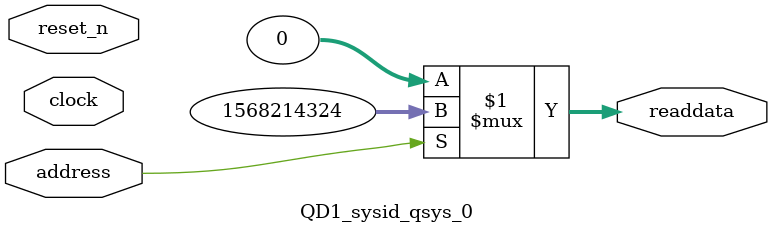
<source format=v>



// synthesis translate_off
`timescale 1ns / 1ps
// synthesis translate_on

// turn off superfluous verilog processor warnings 
// altera message_level Level1 
// altera message_off 10034 10035 10036 10037 10230 10240 10030 

module QD1_sysid_qsys_0 (
               // inputs:
                address,
                clock,
                reset_n,

               // outputs:
                readdata
             )
;

  output  [ 31: 0] readdata;
  input            address;
  input            clock;
  input            reset_n;

  wire    [ 31: 0] readdata;
  //control_slave, which is an e_avalon_slave
  assign readdata = address ? 1568214324 : 0;

endmodule




</source>
